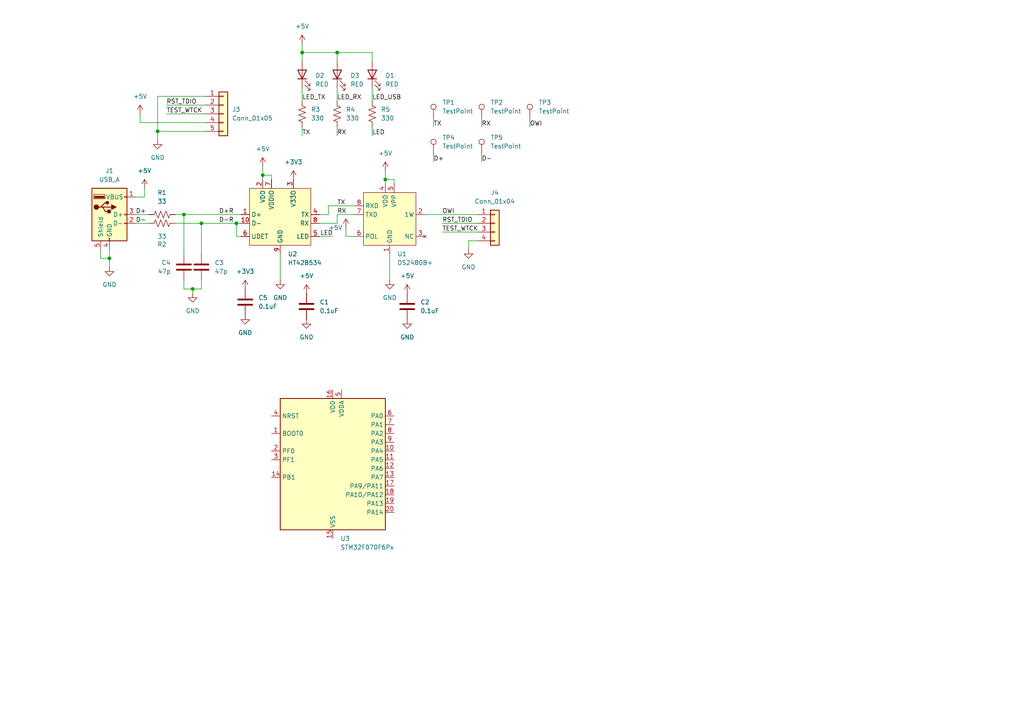
<source format=kicad_sch>
(kicad_sch (version 20231120) (generator "eeschema") (generator_version "8.0")
  (paper "A4")
  (lib_symbols
    (symbol "Connector:TestPoint" (pin_numbers hide) (pin_names (offset 0.762) hide)
      (property "Reference" "TP" (at 0 6.858 0))
      (property "Value" "TestPoint" (at 0 5.08 0))
      (symbol "TestPoint_0_1"
        (circle (center 0 3.302) (radius 0.762))
      )
      (symbol "TestPoint_1_1"
        (pin passive line (at 0 0 90) (length 2.54) (name "1") (number "1"))
      )
    )
    (symbol "Connector:USB_A" (pin_names (offset 1.016))
      (property "Reference" "J" (at -5.08 11.43 0))
      (property "Value" "USB_A" (at -5.08 8.89 0))
      (symbol "USB_A_0_1"
        (rectangle (start -5.08 -7.62) (end 5.08 7.62) (stroke (width 0.254)) (fill (type background)))
        (circle (center -3.81 2.159) (radius 0.635) (stroke (width 0.254)) (fill (type outline)))
        (rectangle (start -1.524 4.826) (end -4.318 5.334) (fill (type outline)))
        (rectangle (start -1.27 4.572) (end -4.572 5.842))
        (circle (center -0.635 3.429) (radius 0.381) (stroke (width 0.254)) (fill (type outline)))
        (rectangle (start -0.127 -7.62) (end 0.127 -6.858))
        (polyline (pts (xy -3.175 2.159) (xy -2.54 2.159) (xy -1.27 3.429) (xy -0.635 3.429)) (stroke (width 0.254)))
        (polyline (pts (xy -2.54 2.159) (xy -1.905 2.159) (xy -1.27 0.889) (xy 0 0.889)) (stroke (width 0.254)))
        (polyline (pts (xy 0.635 2.794) (xy 0.635 1.524) (xy 1.905 2.159) (xy 0.635 2.794)) (stroke (width 0.254)) (fill (type outline)))
        (rectangle (start 0.254 1.27) (end -0.508 0.508) (stroke (width 0.254)) (fill (type outline)))
        (rectangle (start 5.08 -2.667) (end 4.318 -2.413))
        (rectangle (start 5.08 -0.127) (end 4.318 0.127))
        (rectangle (start 5.08 4.953) (end 4.318 5.207))
      )
      (symbol "USB_A_1_1"
        (polyline (pts (xy -1.905 2.159) (xy 0.635 2.159)) (stroke (width 0.254)))
        (pin power_in line (at 7.62 5.08 180) (length 2.54) (name "VBUS") (number "1"))
        (pin bidirectional line (at 7.62 -2.54 180) (length 2.54) (name "D-") (number "2"))
        (pin bidirectional line (at 7.62 0 180) (length 2.54) (name "D+") (number "3"))
        (pin power_in line (at 0 -10.16 90) (length 2.54) (name "GND") (number "4"))
        (pin passive line (at -2.54 -10.16 90) (length 2.54) (name "Shield") (number "5"))
      )
    )
    (symbol "Connector_Generic:Conn_01x04" (pin_names (offset 1.016) hide)
      (property "Reference" "J" (at 0 5.08 0))
      (property "Value" "Conn_01x04" (at 0 -7.62 0))
      (symbol "Conn_01x04_1_1"
        (rectangle (start -1.27 -4.953) (end 0 -5.207) (stroke (width 0.1524)))
        (rectangle (start -1.27 -2.413) (end 0 -2.667) (stroke (width 0.1524)))
        (rectangle (start -1.27 0.127) (end 0 -0.127) (stroke (width 0.1524)))
        (rectangle (start -1.27 2.667) (end 0 2.413) (stroke (width 0.1524)))
        (rectangle (start -1.27 3.81) (end 1.27 -6.35) (stroke (width 0.254)) (fill (type background)))
        (pin passive line (at -5.08 2.54 0) (length 3.81) (name "Pin_1") (number "1"))
        (pin passive line (at -5.08 0 0) (length 3.81) (name "Pin_2") (number "2"))
        (pin passive line (at -5.08 -2.54 0) (length 3.81) (name "Pin_3") (number "3"))
        (pin passive line (at -5.08 -5.08 0) (length 3.81) (name "Pin_4") (number "4"))
      )
    )
    (symbol "Connector_Generic:Conn_01x05" (pin_names (offset 1.016) hide)
      (property "Reference" "J" (at 0 7.62 0))
      (property "Value" "Conn_01x05" (at 0 -7.62 0))
      (symbol "Conn_01x05_1_1"
        (rectangle (start -1.27 -4.953) (end 0 -5.207) (stroke (width 0.1524)))
        (rectangle (start -1.27 -2.413) (end 0 -2.667) (stroke (width 0.1524)))
        (rectangle (start -1.27 0.127) (end 0 -0.127) (stroke (width 0.1524)))
        (rectangle (start -1.27 2.667) (end 0 2.413) (stroke (width 0.1524)))
        (rectangle (start -1.27 5.207) (end 0 4.953) (stroke (width 0.1524)))
        (rectangle (start -1.27 6.35) (end 1.27 -6.35) (stroke (width 0.254)) (fill (type background)))
        (pin passive line (at -5.08 5.08 0) (length 3.81) (name "Pin_1") (number "1"))
        (pin passive line (at -5.08 2.54 0) (length 3.81) (name "Pin_2") (number "2"))
        (pin passive line (at -5.08 0 0) (length 3.81) (name "Pin_3") (number "3"))
        (pin passive line (at -5.08 -2.54 0) (length 3.81) (name "Pin_4") (number "4"))
        (pin passive line (at -5.08 -5.08 0) (length 3.81) (name "Pin_5") (number "5"))
      )
    )
    (symbol "Device:C" (pin_numbers hide) (pin_names (offset 0.254))
      (property "Reference" "C" (at 0.635 2.54 0))
      (property "Value" "C" (at 0.635 -2.54 0))
      (symbol "C_0_1"
        (polyline (pts (xy -2.032 -0.762) (xy 2.032 -0.762)) (stroke (width 0.508)))
        (polyline (pts (xy -2.032 0.762) (xy 2.032 0.762)) (stroke (width 0.508)))
      )
      (symbol "C_1_1"
        (pin passive line (at 0 3.81 270) (length 2.794) (name "~") (number "1"))
        (pin passive line (at 0 -3.81 90) (length 2.794) (name "~") (number "2"))
      )
    )
    (symbol "Device:LED" (pin_numbers hide) (pin_names (offset 1.016) hide)
      (property "Reference" "D" (at 0 2.54 0))
      (property "Value" "LED" (at 0 -2.54 0))
      (symbol "LED_0_1"
        (polyline (pts (xy -1.27 -1.27) (xy -1.27 1.27)) (stroke (width 0.254)))
        (polyline (pts (xy -1.27 0) (xy 1.27 0)))
        (polyline (pts (xy 1.27 -1.27) (xy 1.27 1.27) (xy -1.27 0) (xy 1.27 -1.27)) (stroke (width 0.254)))
        (polyline (pts (xy -3.048 -0.762) (xy -4.572 -2.286) (xy -3.81 -2.286) (xy -4.572 -2.286) (xy -4.572 -1.524)))
        (polyline (pts (xy -1.778 -0.762) (xy -3.302 -2.286) (xy -2.54 -2.286) (xy -3.302 -2.286) (xy -3.302 -1.524)))
      )
      (symbol "LED_1_1"
        (pin passive line (at -3.81 0 0) (length 2.54) (name "K") (number "1"))
        (pin passive line (at 3.81 0 180) (length 2.54) (name "A") (number "2"))
      )
    )
    (symbol "Device:R_US" (pin_numbers hide) (pin_names (offset 0))
      (property "Reference" "R" (at 2.54 0 90))
      (property "Value" "R_US" (at -2.54 0 90))
      (symbol "R_US_0_1"
        (polyline (pts (xy 0 -2.286) (xy 0 -2.54)))
        (polyline (pts (xy 0 2.286) (xy 0 2.54)))
        (polyline (pts (xy 0 -0.762) (xy 1.016 -1.143) (xy 0 -1.524) (xy -1.016 -1.905) (xy 0 -2.286)))
        (polyline (pts (xy 0 0.762) (xy 1.016 0.381) (xy 0 0) (xy -1.016 -0.381) (xy 0 -0.762)))
        (polyline (pts (xy 0 2.286) (xy 1.016 1.905) (xy 0 1.524) (xy -1.016 1.143) (xy 0 0.762)))
      )
      (symbol "R_US_1_1"
        (pin passive line (at 0 3.81 270) (length 1.27) (name "~") (number "1"))
        (pin passive line (at 0 -3.81 90) (length 1.27) (name "~") (number "2"))
      )
    )
    (symbol "Interface_Custom:DS2480B+"
      (property "Reference" "U" (at 0 0.762 0))
      (property "Value" "DS2480B+" (at 0.254 -1.27 0))
      (symbol "DS2480B+_1_1"
        (rectangle (start -7.62 7.62) (end 7.62 -7.62) (fill (type background)))
        (pin power_in line (at 0 -10.16 90) (length 2.54) (name "GND") (number "1"))
        (pin bidirectional line (at 10.16 1.27 180) (length 2.54) (name "1W") (number "2"))
        (pin no_connect line (at 10.16 -5.08 180) (length 2.54) (name "NC") (number "3"))
        (pin power_in line (at -1.27 10.16 270) (length 2.54) (name "VDD") (number "4"))
        (pin power_in line (at 1.27 10.16 270) (length 2.54) (name "VPP") (number "5"))
        (pin input line (at -10.16 -5.08 0) (length 2.54) (name "POL") (number "6"))
        (pin output line (at -10.16 1.27 0) (length 2.54) (name "TXD") (number "7"))
        (pin input line (at -10.16 3.81 0) (length 2.54) (name "RXD") (number "8"))
      )
    )
    (symbol "Interface_Custom:HT42B534-02_10SOP"
      (property "Reference" "U" (at 0 1.016 0))
      (property "Value" "HT42B534" (at 0 -1.016 0))
      (symbol "HT42B534-02_10SOP_1_1"
        (rectangle (start -8.89 8.89) (end 8.89 -7.62) (fill (type background)))
        (pin bidirectional line (at -11.43 1.27 0) (length 2.54) (name "D+") (number "1"))
        (pin bidirectional line (at -11.43 -1.27 0) (length 2.54) (name "D-") (number "10"))
        (pin power_in line (at -5.08 11.43 270) (length 2.54) (name "VDD") (number "2"))
        (pin power_out line (at 3.81 11.43 270) (length 2.54) (name "V33O") (number "3"))
        (pin output line (at 11.43 1.27 180) (length 2.54) (name "TX") (number "4"))
        (pin output line (at 11.43 -5.08 180) (length 2.54) (name "LED") (number "5"))
        (pin output line (at -11.43 -5.08 0) (length 2.54) (name "UDET") (number "6"))
        (pin power_in line (at -2.54 11.43 270) (length 2.54) (name "VDDIO") (number "7"))
        (pin output line (at 11.43 -1.27 180) (length 2.54) (name "RX") (number "8"))
        (pin power_in line (at 0 -10.16 90) (length 2.54) (name "GND") (number "9"))
      )
    )
    (symbol "MCU_ST_STM32F0:STM32F070F6Px"
      (property "Reference" "U" (at -15.24 21.59 0))
      (property "Value" "STM32F070F6Px" (at 5.08 21.59 0))
      (symbol "STM32F070F6Px_0_1"
        (rectangle (start -15.24 -17.78) (end 15.24 20.32) (stroke (width 0.254)) (fill (type background)))
      )
      (symbol "STM32F070F6Px_1_1"
        (pin input line (at -17.78 10.16 0) (length 2.54) (name "BOOT0") (number "1"))
        (pin bidirectional line (at 17.78 5.08 180) (length 2.54) (name "PA4") (number "10"))
        (pin bidirectional line (at 17.78 2.54 180) (length 2.54) (name "PA5") (number "11"))
        (pin bidirectional line (at 17.78 0 180) (length 2.54) (name "PA6") (number "12"))
        (pin bidirectional line (at 17.78 -2.54 180) (length 2.54) (name "PA7") (number "13"))
        (pin bidirectional line (at -17.78 -2.54 0) (length 2.54) (name "PB1") (number "14"))
        (pin power_in line (at 0 -20.32 90) (length 2.54) (name "VSS") (number "15"))
        (pin power_in line (at 0 22.86 270) (length 2.54) (name "VDD") (number "16"))
        (pin bidirectional line (at 17.78 -5.08 180) (length 2.54) (name "PA9/PA11") (number "17"))
        (pin bidirectional line (at 17.78 -7.62 180) (length 2.54) (name "PA10/PA12") (number "18"))
        (pin bidirectional line (at 17.78 -10.16 180) (length 2.54) (name "PA13") (number "19"))
        (pin bidirectional line (at -17.78 5.08 0) (length 2.54) (name "PF0") (number "2"))
        (pin bidirectional line (at 17.78 -12.7 180) (length 2.54) (name "PA14") (number "20"))
        (pin bidirectional line (at -17.78 2.54 0) (length 2.54) (name "PF1") (number "3"))
        (pin input line (at -17.78 15.24 0) (length 2.54) (name "NRST") (number "4"))
        (pin power_in line (at 2.54 22.86 270) (length 2.54) (name "VDDA") (number "5"))
        (pin bidirectional line (at 17.78 15.24 180) (length 2.54) (name "PA0") (number "6"))
        (pin bidirectional line (at 17.78 12.7 180) (length 2.54) (name "PA1") (number "7"))
        (pin bidirectional line (at 17.78 10.16 180) (length 2.54) (name "PA2") (number "8"))
        (pin bidirectional line (at 17.78 7.62 180) (length 2.54) (name "PA3") (number "9"))
      )
    )
    (symbol "power:+3V3" (power) (pin_numbers hide) (pin_names (offset 0) hide)
      (property "Value" "+3V3" (at 0 3.556 0))
      (symbol "+3V3_0_1"
        (polyline (pts (xy -0.762 1.27) (xy 0 2.54)))
        (polyline (pts (xy 0 0) (xy 0 2.54)))
        (polyline (pts (xy 0 2.54) (xy 0.762 1.27)))
      )
      (symbol "+3V3_1_1"
        (pin power_in line (at 0 0 90) (length 0) (name "~") (number "1"))
      )
    )
    (symbol "power:+5V" (power) (pin_numbers hide) (pin_names (offset 0) hide)
      (property "Value" "+5V" (at 0 3.556 0))
      (symbol "+5V_0_1"
        (polyline (pts (xy -0.762 1.27) (xy 0 2.54)))
        (polyline (pts (xy 0 0) (xy 0 2.54)))
        (polyline (pts (xy 0 2.54) (xy 0.762 1.27)))
      )
      (symbol "+5V_1_1"
        (pin power_in line (at 0 0 90) (length 0) (name "~") (number "1"))
      )
    )
    (symbol "power:GND" (power) (pin_numbers hide) (pin_names (offset 0) hide)
      (property "Value" "GND" (at 0 -3.81 0))
      (symbol "GND_0_1"
        (polyline (pts (xy 0 0) (xy 0 -1.27) (xy 1.27 -1.27) (xy 0 -2.54) (xy -1.27 -1.27) (xy 0 -1.27)))
      )
      (symbol "GND_1_1"
        (pin power_in line (at 0 0 270) (length 0) (name "~") (number "1"))
      )
    )
  )
  (junction (at 87.63 15.24))
  (junction (at 53.34 62.23))
  (junction (at 55.88 83.82))
  (junction (at 58.42 64.77))
  (junction (at 31.75 74.93))
  (junction (at 111.76 52.07))
  (junction (at 45.72 38.1))
  (junction (at 76.2 50.8))
  (junction (at 68.58 64.77))
  (junction (at 97.79 15.24))
  (wire (pts (xy 59.69 27.94) (xy 45.72 27.94)))
  (wire (pts (xy 41.91 54.61) (xy 41.91 57.15)))
  (wire (pts (xy 97.79 64.77) (xy 97.79 62.23)))
  (wire (pts (xy 78.74 52.07) (xy 78.74 50.8)))
  (wire (pts (xy 97.79 15.24) (xy 87.63 15.24)))
  (wire (pts (xy 58.42 83.82) (xy 55.88 83.82)))
  (wire (pts (xy 50.8 64.77) (xy 58.42 64.77)))
  (wire (pts (xy 138.43 67.31) (xy 128.27 67.31)))
  (wire (pts (xy 139.7 44.45) (xy 139.7 46.99)))
  (wire (pts (xy 92.71 64.77) (xy 97.79 64.77)))
  (wire (pts (xy 58.42 64.77) (xy 68.58 64.77)))
  (wire (pts (xy 100.33 68.58) (xy 100.33 66.04)))
  (wire (pts (xy 58.42 64.77) (xy 58.42 73.66)))
  (wire (pts (xy 87.63 25.4) (xy 87.63 29.21)))
  (wire (pts (xy 87.63 15.24) (xy 87.63 17.78)))
  (wire (pts (xy 125.73 34.29) (xy 125.73 36.83)))
  (wire (pts (xy 41.91 57.15) (xy 39.37 57.15)))
  (wire (pts (xy 31.75 74.93) (xy 31.75 77.47)))
  (wire (pts (xy 40.64 33.02) (xy 40.64 35.56)))
  (wire (pts (xy 58.42 81.28) (xy 58.42 83.82)))
  (wire (pts (xy 97.79 36.83) (xy 97.79 39.37)))
  (wire (pts (xy 69.85 68.58) (xy 68.58 68.58)))
  (wire (pts (xy 95.25 59.69) (xy 102.87 59.69)))
  (wire (pts (xy 53.34 62.23) (xy 69.85 62.23)))
  (wire (pts (xy 95.25 59.69) (xy 95.25 62.23)))
  (wire (pts (xy 153.67 34.29) (xy 153.67 36.83)))
  (wire (pts (xy 39.37 62.23) (xy 43.18 62.23)))
  (wire (pts (xy 113.03 73.66) (xy 113.03 81.28)))
  (wire (pts (xy 81.28 73.66) (xy 81.28 81.28)))
  (wire (pts (xy 45.72 27.94) (xy 45.72 38.1)))
  (wire (pts (xy 107.95 25.4) (xy 107.95 29.21)))
  (wire (pts (xy 50.8 62.23) (xy 53.34 62.23)))
  (wire (pts (xy 55.88 85.09) (xy 55.88 83.82)))
  (wire (pts (xy 68.58 68.58) (xy 68.58 64.77)))
  (wire (pts (xy 48.26 30.48) (xy 59.69 30.48)))
  (wire (pts (xy 29.21 74.93) (xy 31.75 74.93)))
  (wire (pts (xy 87.63 36.83) (xy 87.63 39.37)))
  (wire (pts (xy 135.89 72.39) (xy 135.89 69.85)))
  (wire (pts (xy 45.72 40.64) (xy 45.72 38.1)))
  (wire (pts (xy 123.19 62.23) (xy 138.43 62.23)))
  (wire (pts (xy 92.71 68.58) (xy 96.52 68.58)))
  (wire (pts (xy 135.89 69.85) (xy 138.43 69.85)))
  (wire (pts (xy 78.74 50.8) (xy 76.2 50.8)))
  (wire (pts (xy 114.3 53.34) (xy 114.3 52.07)))
  (wire (pts (xy 68.58 64.77) (xy 69.85 64.77)))
  (wire (pts (xy 139.7 34.29) (xy 139.7 36.83)))
  (wire (pts (xy 45.72 38.1) (xy 59.69 38.1)))
  (wire (pts (xy 76.2 50.8) (xy 76.2 52.07)))
  (wire (pts (xy 31.75 74.93) (xy 31.75 72.39)))
  (wire (pts (xy 97.79 25.4) (xy 97.79 29.21)))
  (wire (pts (xy 53.34 62.23) (xy 53.34 73.66)))
  (wire (pts (xy 107.95 17.78) (xy 107.95 15.24)))
  (wire (pts (xy 53.34 83.82) (xy 53.34 81.28)))
  (wire (pts (xy 111.76 52.07) (xy 111.76 53.34)))
  (wire (pts (xy 95.25 62.23) (xy 92.71 62.23)))
  (wire (pts (xy 107.95 36.83) (xy 107.95 39.37)))
  (wire (pts (xy 138.43 64.77) (xy 128.27 64.77)))
  (wire (pts (xy 97.79 15.24) (xy 107.95 15.24)))
  (wire (pts (xy 97.79 62.23) (xy 102.87 62.23)))
  (wire (pts (xy 76.2 48.26) (xy 76.2 50.8)))
  (wire (pts (xy 125.73 44.45) (xy 125.73 46.99)))
  (wire (pts (xy 53.34 83.82) (xy 55.88 83.82)))
  (wire (pts (xy 97.79 17.78) (xy 97.79 15.24)))
  (wire (pts (xy 48.26 33.02) (xy 59.69 33.02)))
  (wire (pts (xy 114.3 52.07) (xy 111.76 52.07)))
  (wire (pts (xy 87.63 12.7) (xy 87.63 15.24)))
  (wire (pts (xy 40.64 35.56) (xy 59.69 35.56)))
  (wire (pts (xy 39.37 64.77) (xy 43.18 64.77)))
  (wire (pts (xy 29.21 72.39) (xy 29.21 74.93)))
  (wire (pts (xy 111.76 49.53) (xy 111.76 52.07)))
  (wire (pts (xy 102.87 68.58) (xy 100.33 68.58)))
  (label "D-" (at 39.37 64.77 0))
  (label "D+R" (at 63.5 62.23 0))
  (label "LED" (at 96.52 68.58 180))
  (label "D+" (at 39.37 62.23 0))
  (label "TX" (at 97.79 59.69 0))
  (label "LED_TX" (at 87.63 29.21 0))
  (label "LED" (at 107.95 39.37 0))
  (label "RST_TDIO" (at 48.26 30.48 0))
  (label "OWI" (at 153.67 36.83 0))
  (label "RX" (at 97.79 39.37 0))
  (label "TX" (at 87.63 39.37 0))
  (label "TEST_WTCK" (at 48.26 33.02 0))
  (label "RX" (at 139.7 36.83 0))
  (label "D+" (at 125.73 46.99 0))
  (label "D-R" (at 63.5 64.77 0))
  (label "D-" (at 139.7 46.99 0))
  (label "LED_RX" (at 97.79 29.21 0))
  (label "TX" (at 125.73 36.83 0))
  (label "TEST_WTCK" (at 128.27 67.31 0))
  (label "RST_TDIO" (at 128.27 64.77 0))
  (label "LED_USB" (at 107.95 29.21 0))
  (label "OWI" (at 128.27 62.23 0))
  (label "RX" (at 97.79 62.23 0))
  (symbol (lib_id "Device:LED") (at 107.95 21.59 90) (unit 1)
    (property "Reference" "D1" (at 111.76 21.9074 90) (effects (justify right)))
    (property "Value" "RED" (at 111.76 24.4474 90) (effects (justify right)))
    (property "Footprint" "LED_SMD:LED_0603_1608Metric" (effects (hide yes)))
    (property "Datasheet" "https://jlcpcb.com/api/file/downloadByFileSystemAccessId/8550723991833485312" (effects (hide yes)))
    (property "Description" "Light emitting diode" (effects (hide yes)))
    (property "LCSC" "C2286" (effects (hide yes)))
  )
  (symbol (lib_id "Device:R_US") (at 107.95 33.02 180) (unit 1)
    (property "Reference" "R5" (at 110.49 31.7499 0) (effects (justify right)))
    (property "Value" "330" (at 110.49 34.2899 0) (effects (justify right)))
    (property "Footprint" "Resistor_SMD:R_0402_1005Metric" (effects (hide yes)))
    (property "Description" "Resistor, US symbol" (effects (hide yes)))
    (property "LCSC" "C25104" (effects (hide yes)))
  )
  (symbol (lib_id "power:GND") (at 113.03 81.28 0) (unit 1)
    (property "Reference" "#PWR01" (effects (hide yes)))
    (property "Value" "GND" (at 113.03 86.36 0))
    (property "Description" "Power symbol creates a global label with name \"GND\" , ground" (effects (hide yes)))
  )
  (symbol (lib_id "power:+5V") (at 41.91 54.61 0) (unit 1)
    (property "Reference" "#PWR012" (effects (hide yes)))
    (property "Value" "+5V" (at 41.91 49.53 0))
    (property "Description" "Power symbol creates a global label with name \"+5V\"" (effects (hide yes)))
  )
  (symbol (lib_id "Connector:TestPoint") (at 153.67 34.29 0) (unit 1)
    (property "Reference" "TP3" (at 156.21 29.7179 0) (effects (justify left)))
    (property "Value" "TestPoint" (at 156.21 32.2579 0) (effects (justify left)))
    (property "Footprint" "TestPoint:TestPoint_THTPad_1.0x1.0mm_Drill0.5mm" (effects (hide yes)))
    (property "Description" "test point" (effects (hide yes)))
    (property "JLCPCB_IGNORE" "ignore" (effects (hide yes)))
  )
  (symbol (lib_id "Device:C") (at 118.11 88.9 0) (unit 1)
    (property "Reference" "C2" (at 121.92 87.63 0) (effects (justify left)))
    (property "Value" "0.1uF" (at 121.92 90.17 0) (effects (justify left)))
    (property "Footprint" "Capacitor_SMD:C_0402_1005Metric" (effects (hide yes)))
    (property "Description" "Unpolarized capacitor" (effects (hide yes)))
    (property "LCSC" "C1525" (effects (hide yes)))
  )
  (symbol (lib_id "power:GND") (at 81.28 81.28 0) (unit 1)
    (property "Reference" "#PWR05" (effects (hide yes)))
    (property "Value" "GND" (at 81.28 86.36 0))
    (property "Description" "Power symbol creates a global label with name \"GND\" , ground" (effects (hide yes)))
  )
  (symbol (lib_id "Device:C") (at 71.12 87.63 0) (unit 1)
    (property "Reference" "C5" (at 74.93 86.36 0) (effects (justify left)))
    (property "Value" "0.1uF" (at 74.93 88.9 0) (effects (justify left)))
    (property "Footprint" "Capacitor_SMD:C_0402_1005Metric" (effects (hide yes)))
    (property "Description" "Unpolarized capacitor" (effects (hide yes)))
    (property "LCSC" "C1525" (effects (hide yes)))
  )
  (symbol (lib_id "power:GND") (at 45.72 40.64 0) (unit 1)
    (property "Reference" "#PWR015" (effects (hide yes)))
    (property "Value" "GND" (at 45.72 45.72 0))
    (property "Description" "Power symbol creates a global label with name \"GND\" , ground" (effects (hide yes)))
  )
  (symbol (lib_id "Device:C") (at 88.9 88.9 0) (unit 1)
    (property "Reference" "C1" (at 92.71 87.63 0) (effects (justify left)))
    (property "Value" "0.1uF" (at 92.71 90.17 0) (effects (justify left)))
    (property "Footprint" "Capacitor_SMD:C_0402_1005Metric" (effects (hide yes)))
    (property "Description" "Unpolarized capacitor" (effects (hide yes)))
    (property "LCSC" "C1525" (effects (hide yes)))
  )
  (symbol (lib_id "power:+5V") (at 87.63 12.7 0) (unit 1)
    (property "Reference" "#PWR010" (effects (hide yes)))
    (property "Value" "+5V" (at 87.63 7.62 0))
    (property "Description" "Power symbol creates a global label with name \"+5V\"" (effects (hide yes)))
  )
  (symbol (lib_id "Connector:TestPoint") (at 125.73 44.45 0) (unit 1)
    (property "Reference" "TP4" (at 128.27 39.8779 0) (effects (justify left)))
    (property "Value" "TestPoint" (at 128.27 42.4179 0) (effects (justify left)))
    (property "Footprint" "TestPoint:TestPoint_THTPad_1.0x1.0mm_Drill0.5mm" (effects (hide yes)))
    (property "Description" "test point" (effects (hide yes)))
    (property "JLCPCB_IGNORE" "ignore" (effects (hide yes)))
  )
  (symbol (lib_id "Device:LED") (at 97.79 21.59 90) (unit 1)
    (property "Reference" "D3" (at 101.6 21.9074 90) (effects (justify right)))
    (property "Value" "RED" (at 101.6 24.4474 90) (effects (justify right)))
    (property "Footprint" "LED_SMD:LED_0603_1608Metric" (effects (hide yes)))
    (property "Datasheet" "https://jlcpcb.com/api/file/downloadByFileSystemAccessId/8550723991833485312" (effects (hide yes)))
    (property "Description" "Light emitting diode" (effects (hide yes)))
    (property "LCSC" "C2286" (effects (hide yes)))
  )
  (symbol (lib_id "power:GND") (at 71.12 91.44 0) (unit 1)
    (property "Reference" "#PWR018" (effects (hide yes)))
    (property "Value" "GND" (at 71.12 96.52 0))
    (property "Description" "Power symbol creates a global label with name \"GND\" , ground" (effects (hide yes)))
  )
  (symbol (lib_id "power:GND") (at 55.88 85.09 0) (unit 1)
    (property "Reference" "#PWR011" (effects (hide yes)))
    (property "Value" "GND" (at 55.88 90.17 0))
    (property "Description" "Power symbol creates a global label with name \"GND\" , ground" (effects (hide yes)))
  )
  (symbol (lib_id "power:+5V") (at 76.2 48.26 0) (unit 1)
    (property "Reference" "#PWR04" (effects (hide yes)))
    (property "Value" "+5V" (at 76.2 43.18 0))
    (property "Description" "Power symbol creates a global label with name \"+5V\"" (effects (hide yes)))
  )
  (symbol (lib_id "power:+5V") (at 88.9 85.09 0) (unit 1)
    (property "Reference" "#PWR06" (effects (hide yes)))
    (property "Value" "+5V" (at 88.9 80.01 0))
    (property "Description" "Power symbol creates a global label with name \"+5V\"" (effects (hide yes)))
  )
  (symbol (lib_id "Device:R_US") (at 87.63 33.02 180) (unit 1)
    (property "Reference" "R3" (at 90.17 31.7499 0) (effects (justify right)))
    (property "Value" "330" (at 90.17 34.2899 0) (effects (justify right)))
    (property "Footprint" "Resistor_SMD:R_0402_1005Metric" (effects (hide yes)))
    (property "Description" "Resistor, US symbol" (effects (hide yes)))
    (property "LCSC" "C25104" (effects (hide yes)))
  )
  (symbol (lib_id "Device:R_US") (at 46.99 64.77 90) (unit 1)
    (property "Reference" "R2" (at 46.99 70.866 90))
    (property "Value" "33" (at 46.99 68.58 90))
    (property "Footprint" "Resistor_SMD:R_0402_1005Metric" (effects (hide yes)))
    (property "Description" "Resistor, US symbol" (effects (hide yes)))
    (property "LCSC" "C25105" (effects (hide yes)))
  )
  (symbol (lib_id "Connector:TestPoint") (at 125.73 34.29 0) (unit 1)
    (property "Reference" "TP1" (at 128.27 29.7179 0) (effects (justify left)))
    (property "Value" "TestPoint" (at 128.27 32.2579 0) (effects (justify left)))
    (property "Footprint" "TestPoint:TestPoint_THTPad_1.0x1.0mm_Drill0.5mm" (effects (hide yes)))
    (property "Description" "test point" (effects (hide yes)))
    (property "JLCPCB_IGNORE" "ignore" (effects (hide yes)))
  )
  (symbol (lib_id "power:GND") (at 31.75 77.47 0) (unit 1)
    (property "Reference" "#PWR013" (effects (hide yes)))
    (property "Value" "GND" (at 31.75 82.55 0))
    (property "Description" "Power symbol creates a global label with name \"GND\" , ground" (effects (hide yes)))
  )
  (symbol (lib_id "Device:R_US") (at 46.99 62.23 90) (unit 1)
    (property "Reference" "R1" (at 46.99 55.88 90))
    (property "Value" "33" (at 46.99 58.42 90))
    (property "Footprint" "Resistor_SMD:R_0402_1005Metric" (effects (hide yes)))
    (property "Description" "Resistor, US symbol" (effects (hide yes)))
    (property "LCSC" "C25105" (effects (hide yes)))
  )
  (symbol (lib_id "Device:LED") (at 87.63 21.59 90) (unit 1)
    (property "Reference" "D2" (at 91.44 21.9074 90) (effects (justify right)))
    (property "Value" "RED" (at 91.44 24.4474 90) (effects (justify right)))
    (property "Footprint" "LED_SMD:LED_0603_1608Metric" (effects (hide yes)))
    (property "Datasheet" "https://jlcpcb.com/api/file/downloadByFileSystemAccessId/8550723991833485312" (effects (hide yes)))
    (property "Description" "Light emitting diode" (effects (hide yes)))
    (property "LCSC" "C2286" (effects (hide yes)))
  )
  (symbol (lib_id "Device:C") (at 58.42 77.47 0) (unit 1)
    (property "Reference" "C3" (at 62.23 76.1999 0) (effects (justify left)))
    (property "Value" "47p" (at 62.23 78.7399 0) (effects (justify left)))
    (property "Footprint" "Capacitor_SMD:C_0402_1005Metric" (effects (hide yes)))
    (property "Description" "Unpolarized capacitor" (effects (hide yes)))
    (property "LCSC" "C1567" (effects (hide yes)))
  )
  (symbol (lib_id "Connector:TestPoint") (at 139.7 44.45 0) (unit 1)
    (property "Reference" "TP5" (at 142.24 39.8779 0) (effects (justify left)))
    (property "Value" "TestPoint" (at 142.24 42.4179 0) (effects (justify left)))
    (property "Footprint" "TestPoint:TestPoint_THTPad_1.0x1.0mm_Drill0.5mm" (effects (hide yes)))
    (property "Description" "test point" (effects (hide yes)))
    (property "JLCPCB_IGNORE" "ignore" (effects (hide yes)))
  )
  (symbol (lib_id "Interface_Custom:DS2480B+") (at 113.03 63.5 0) (unit 1)
    (property "Reference" "U1" (at 115.2241 73.66 0) (effects (justify left)))
    (property "Value" "DS2480B+" (at 115.2241 76.2 0) (effects (justify left)))
    (property "Footprint" "Package_SO:SO-8_3.9x4.9mm_P1.27mm" (effects (hide yes)))
    (property "Datasheet" "https://www.mouser.com/datasheet/2/609/DS2480B-3468229.pdf" (effects (hide yes)))
    (property "LCSC" "C722462" (effects (hide yes)))
    (property "JLCPCB_CORRECTION" "0;0;-90" (effects (hide yes)))
  )
  (symbol (lib_id "Connector:TestPoint") (at 139.7 34.29 0) (unit 1)
    (property "Reference" "TP2" (at 142.24 29.7179 0) (effects (justify left)))
    (property "Value" "TestPoint" (at 142.24 32.2579 0) (effects (justify left)))
    (property "Footprint" "TestPoint:TestPoint_THTPad_1.0x1.0mm_Drill0.5mm" (effects (hide yes)))
    (property "Description" "test point" (effects (hide yes)))
    (property "JLCPCB_IGNORE" "ignore" (effects (hide yes)))
  )
  (symbol (lib_id "power:+5V") (at 111.76 49.53 0) (unit 1)
    (property "Reference" "#PWR02" (effects (hide yes)))
    (property "Value" "+5V" (at 111.76 44.45 0))
    (property "Description" "Power symbol creates a global label with name \"+5V\"" (effects (hide yes)))
  )
  (symbol (lib_id "MCU_ST_STM32F0:STM32F070F6Px") (at 96.52 135.89 0) (unit 1)
    (property "Reference" "U3" (at 98.7141 156.21 0) (effects (justify left)))
    (property "Value" "STM32F070F6Px" (at 98.7141 158.75 0) (effects (justify left)))
    (property "Footprint" "Package_SO:TSSOP-20_4.4x6.5mm_P0.65mm" (effects (hide yes)))
    (property "Datasheet" "https://www.st.com/resource/en/datasheet/stm32f070f6.pdf" (effects (hide yes)))
    (property "Description" "STMicroelectronics Arm Cortex-M0 MCU, 32KB flash, 6KB RAM, 48 MHz, 2.4-3.6V, 15 GPIO, TSSOP20" (effects (hide yes)))
  )
  (symbol (lib_id "Interface_Custom:HT42B534-02_10SOP") (at 81.28 63.5 0) (unit 1)
    (property "Reference" "U2" (at 83.4741 73.66 0) (effects (justify left)))
    (property "Value" "HT42B534" (at 83.4741 76.2 0) (effects (justify left)))
    (property "Footprint" "Package_SO:SSOP-10_3.9x4.9mm_P1.00mm" (effects (hide yes)))
    (property "Datasheet" "https://www.lcsc.com/datasheet/lcsc_datasheet_2404031723_Holtek-Semicon-HT42B534-2_C493294.pdf" (effects (hide yes)))
    (property "Description" "USB to UART Bridge IC" (effects (hide yes)))
    (property "LCSC" "C493293" (effects (hide yes)))
    (property "JLCPCB_CORRECTION" "0;0;-90" (effects (hide yes)))
  )
  (symbol (lib_id "power:+5V") (at 40.64 33.02 0) (unit 1)
    (property "Reference" "#PWR014" (effects (hide yes)))
    (property "Value" "+5V" (at 40.64 27.94 0))
    (property "Description" "Power symbol creates a global label with name \"+5V\"" (effects (hide yes)))
  )
  (symbol (lib_id "power:GND") (at 118.11 92.71 0) (unit 1)
    (property "Reference" "#PWR09" (effects (hide yes)))
    (property "Value" "GND" (at 118.11 97.79 0))
    (property "Description" "Power symbol creates a global label with name \"GND\" , ground" (effects (hide yes)))
  )
  (symbol (lib_id "power:GND") (at 88.9 92.71 0) (unit 1)
    (property "Reference" "#PWR07" (effects (hide yes)))
    (property "Value" "GND" (at 88.9 97.79 0))
    (property "Description" "Power symbol creates a global label with name \"GND\" , ground" (effects (hide yes)))
  )
  (symbol (lib_id "power:GND") (at 135.89 72.39 0) (mirror y) (unit 1)
    (property "Reference" "#PWR016" (effects (hide yes)))
    (property "Value" "GND" (at 135.89 77.47 0))
    (property "Description" "Power symbol creates a global label with name \"GND\" , ground" (effects (hide yes)))
  )
  (symbol (lib_id "power:+3V3") (at 71.12 83.82 0) (unit 1)
    (property "Reference" "#PWR017" (effects (hide yes)))
    (property "Value" "+3V3" (at 71.12 78.74 0))
    (property "Description" "Power symbol creates a global label with name \"+3V3\"" (effects (hide yes)))
  )
  (symbol (lib_id "Connector:USB_A") (at 31.75 62.23 0) (unit 1)
    (property "Reference" "J1" (at 31.75 49.53 0))
    (property "Value" "USB_A" (at 31.75 52.07 0))
    (property "Footprint" "Connector_USB_Custom:USB_A_AdamTech_USB-AP-S-RA_Horizontal" (effects (hide yes)))
    (property "Description" "USB Type A connector" (effects (hide yes)))
    (property "JLCPCB_IGNORE" "ignore" (effects (hide yes)))
  )
  (symbol (lib_id "Connector_Generic:Conn_01x04") (at 143.51 64.77 0) (unit 1)
    (property "Reference" "J4" (at 143.51 55.88 0))
    (property "Value" "Conn_01x04" (at 143.51 58.42 0))
    (property "Footprint" "Connector_Molex:Molex_PicoBlade_53047-0410_1x04_P1.25mm_Vertical" (effects (hide yes)))
    (property "Description" "Generic connector, single row, 01x04, script generated (kicad-library-utils/schlib/autogen/connector/)" (effects (hide yes)))
    (property "JLCPCB_IGNORE" "ignore" (effects (hide yes)))
  )
  (symbol (lib_id "Connector_Generic:Conn_01x05") (at 64.77 33.02 0) (unit 1)
    (property "Reference" "J3" (at 67.31 31.7499 0) (effects (justify left)))
    (property "Value" "Conn_01x05" (at 67.31 34.2899 0) (effects (justify left)))
    (property "Footprint" "Connector_PinHeader_2.54mm:PinHeader_1x05_P2.54mm_Vertical" (effects (hide yes)))
    (property "Description" "Generic connector, single row, 01x05, script generated (kicad-library-utils/schlib/autogen/connector/)" (effects (hide yes)))
    (property "JLCPCB_IGNORE" "ignore" (effects (hide yes)))
  )
  (symbol (lib_id "power:+3V3") (at 85.09 52.07 0) (unit 1)
    (property "Reference" "#PWR019" (effects (hide yes)))
    (property "Value" "+3V3" (at 85.09 46.99 0))
    (property "Description" "Power symbol creates a global label with name \"+3V3\"" (effects (hide yes)))
  )
  (symbol (lib_id "Device:R_US") (at 97.79 33.02 180) (unit 1)
    (property "Reference" "R4" (at 100.33 31.7499 0) (effects (justify right)))
    (property "Value" "330" (at 100.33 34.2899 0) (effects (justify right)))
    (property "Footprint" "Resistor_SMD:R_0402_1005Metric" (effects (hide yes)))
    (property "Description" "Resistor, US symbol" (effects (hide yes)))
    (property "LCSC" "C25104" (effects (hide yes)))
  )
  (symbol (lib_id "Device:C") (at 53.34 77.47 0) (mirror y) (unit 1)
    (property "Reference" "C4" (at 49.53 76.1999 0) (effects (justify left)))
    (property "Value" "47p" (at 49.53 78.7399 0) (effects (justify left)))
    (property "Footprint" "Capacitor_SMD:C_0402_1005Metric" (effects (hide yes)))
    (property "Description" "Unpolarized capacitor" (effects (hide yes)))
    (property "LCSC" "C1567" (effects (hide yes)))
  )
  (symbol (lib_id "power:+5V") (at 100.33 66.04 0) (unit 1)
    (property "Reference" "#PWR03" (effects (hide yes)))
    (property "Value" "+5V" (at 97.282 66.04 0))
    (property "Description" "Power symbol creates a global label with name \"+5V\"" (effects (hide yes)))
  )
  (symbol (lib_id "power:+5V") (at 118.11 85.09 0) (unit 1)
    (property "Reference" "#PWR08" (effects (hide yes)))
    (property "Value" "+5V" (at 118.11 80.01 0))
    (property "Description" "Power symbol creates a global label with name \"+5V\"" (effects (hide yes)))
  )
)
</source>
